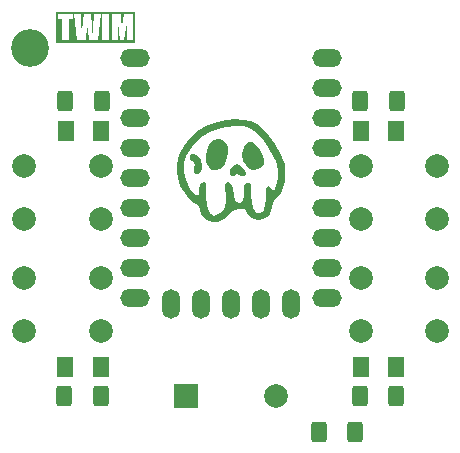
<source format=gbr>
%TF.GenerationSoftware,KiCad,Pcbnew,8.0.5*%
%TF.CreationDate,2024-10-15T22:02:10+02:00*%
%TF.ProjectId,_autosave-pcb,5f617574-6f73-4617-9665-2d7063622e6b,rev?*%
%TF.SameCoordinates,Original*%
%TF.FileFunction,Soldermask,Top*%
%TF.FilePolarity,Negative*%
%FSLAX46Y46*%
G04 Gerber Fmt 4.6, Leading zero omitted, Abs format (unit mm)*
G04 Created by KiCad (PCBNEW 8.0.5) date 2024-10-15 22:02:10*
%MOMM*%
%LPD*%
G01*
G04 APERTURE LIST*
G04 Aperture macros list*
%AMRoundRect*
0 Rectangle with rounded corners*
0 $1 Rounding radius*
0 $2 $3 $4 $5 $6 $7 $8 $9 X,Y pos of 4 corners*
0 Add a 4 corners polygon primitive as box body*
4,1,4,$2,$3,$4,$5,$6,$7,$8,$9,$2,$3,0*
0 Add four circle primitives for the rounded corners*
1,1,$1+$1,$2,$3*
1,1,$1+$1,$4,$5*
1,1,$1+$1,$6,$7*
1,1,$1+$1,$8,$9*
0 Add four rect primitives between the rounded corners*
20,1,$1+$1,$2,$3,$4,$5,0*
20,1,$1+$1,$4,$5,$6,$7,0*
20,1,$1+$1,$6,$7,$8,$9,0*
20,1,$1+$1,$8,$9,$2,$3,0*%
G04 Aperture macros list end*
%ADD10C,0.150000*%
%ADD11C,0.000000*%
%ADD12RoundRect,0.250001X-0.462499X-0.624999X0.462499X-0.624999X0.462499X0.624999X-0.462499X0.624999X0*%
%ADD13RoundRect,0.250000X0.400000X0.625000X-0.400000X0.625000X-0.400000X-0.625000X0.400000X-0.625000X0*%
%ADD14RoundRect,0.250000X-0.400000X-0.625000X0.400000X-0.625000X0.400000X0.625000X-0.400000X0.625000X0*%
%ADD15C,2.000000*%
%ADD16C,3.200000*%
%ADD17R,2.000000X2.000000*%
%ADD18O,2.500000X1.500000*%
%ADD19O,1.500000X2.500000*%
G04 APERTURE END LIST*
D10*
G36*
X141937784Y-32582222D02*
G01*
X135172335Y-32582222D01*
X135172335Y-30578004D01*
X135394557Y-30578004D01*
X135736497Y-30578004D01*
X135736497Y-32360000D01*
X136314864Y-32360000D01*
X136314864Y-30578004D01*
X136658270Y-30578004D01*
X136658270Y-30140321D01*
X136730077Y-30140321D01*
X136988486Y-32360000D01*
X137707048Y-32360000D01*
X137714836Y-32305123D01*
X137729876Y-32198771D01*
X137744202Y-32096952D01*
X137757815Y-31999667D01*
X137776896Y-31862240D01*
X137794371Y-31735014D01*
X137810241Y-31617990D01*
X137824505Y-31511166D01*
X137841026Y-31384602D01*
X137854692Y-31276174D01*
X137867760Y-31166140D01*
X137877257Y-31250259D01*
X137891853Y-31374062D01*
X137906869Y-31495013D01*
X137922307Y-31613114D01*
X137938165Y-31728365D01*
X137954444Y-31840764D01*
X137971144Y-31950313D01*
X137988264Y-32057011D01*
X138005805Y-32160858D01*
X138023767Y-32261854D01*
X138042149Y-32360000D01*
X138764620Y-32360000D01*
X139125611Y-32360000D01*
X139703978Y-32360000D01*
X139930635Y-32360000D01*
X140436218Y-32360000D01*
X140436218Y-30892588D01*
X140649198Y-32360000D01*
X141007746Y-32360000D01*
X141209979Y-30861325D01*
X141209979Y-32360000D01*
X141715562Y-32360000D01*
X141715562Y-30140321D01*
X140961340Y-30140321D01*
X140829449Y-31176887D01*
X140749826Y-30608778D01*
X140742899Y-30558428D01*
X140727004Y-30446118D01*
X140711483Y-30341055D01*
X140696336Y-30243238D01*
X140679484Y-30140321D01*
X139930635Y-30140321D01*
X139930635Y-32360000D01*
X139703978Y-32360000D01*
X139703978Y-30140321D01*
X139125611Y-30140321D01*
X139125611Y-32360000D01*
X138764620Y-32360000D01*
X139021563Y-30140321D01*
X138459805Y-30140321D01*
X138445954Y-30236585D01*
X138432610Y-30333402D01*
X138419774Y-30430773D01*
X138407445Y-30528697D01*
X138395624Y-30627175D01*
X138384311Y-30726206D01*
X138373505Y-30825790D01*
X138363207Y-30925928D01*
X138353416Y-31026619D01*
X138344133Y-31127863D01*
X138335357Y-31229661D01*
X138327089Y-31332012D01*
X138319329Y-31434916D01*
X138312076Y-31538374D01*
X138305331Y-31642385D01*
X138299093Y-31746950D01*
X138236078Y-30869630D01*
X138229820Y-30792249D01*
X138221004Y-30684127D01*
X138212875Y-30585545D01*
X138203106Y-30468942D01*
X138194557Y-30369298D01*
X138184024Y-30251632D01*
X138172575Y-30140321D01*
X137570761Y-30140321D01*
X137555198Y-30256777D01*
X137540383Y-30370573D01*
X137526316Y-30481709D01*
X137512997Y-30590185D01*
X137500426Y-30696002D01*
X137488604Y-30799158D01*
X137477529Y-30899654D01*
X137462319Y-31045412D01*
X137448792Y-31185184D01*
X137436948Y-31318971D01*
X137426787Y-31446774D01*
X137418309Y-31568591D01*
X137411514Y-31684424D01*
X137350942Y-30912128D01*
X137291835Y-30140321D01*
X136730077Y-30140321D01*
X136658270Y-30140321D01*
X135394557Y-30140321D01*
X135394557Y-30578004D01*
X135172335Y-30578004D01*
X135172335Y-29918099D01*
X141937784Y-29918099D01*
X141937784Y-32582222D01*
G37*
D11*
%TO.C,G\u002A\u002A\u002A*%
G36*
X149357678Y-40785780D02*
G01*
X149600767Y-41040589D01*
X149745130Y-41412801D01*
X149784614Y-41859489D01*
X149713066Y-42337723D01*
X149524331Y-42804574D01*
X149360305Y-43051235D01*
X149074049Y-43273479D01*
X148723268Y-43357206D01*
X148384106Y-43299817D01*
X148132705Y-43098712D01*
X148129130Y-43093261D01*
X147936163Y-42637970D01*
X147889879Y-42144567D01*
X147973102Y-41659254D01*
X148168657Y-41228234D01*
X148459368Y-40897710D01*
X148828061Y-40713885D01*
X149022017Y-40691304D01*
X149357678Y-40785780D01*
G37*
G36*
X152067246Y-41086202D02*
G01*
X152367434Y-41455334D01*
X152399749Y-41503387D01*
X152648922Y-41970654D01*
X152782473Y-42422065D01*
X152792882Y-42808179D01*
X152672630Y-43079555D01*
X152643605Y-43106691D01*
X152319114Y-43257264D01*
X151920088Y-43290990D01*
X151577391Y-43203319D01*
X151271008Y-42929523D01*
X151069824Y-42525410D01*
X150985256Y-42060633D01*
X151028722Y-41604845D01*
X151211639Y-41227700D01*
X151246931Y-41187362D01*
X151531704Y-40958990D01*
X151796906Y-40923012D01*
X152067246Y-41086202D01*
G37*
G36*
X147115670Y-42056332D02*
G01*
X147281353Y-42192635D01*
X147505895Y-42506853D01*
X147610948Y-42864842D01*
X147601942Y-43211899D01*
X147484304Y-43493317D01*
X147263463Y-43654391D01*
X147134447Y-43673043D01*
X146931372Y-43593078D01*
X146868092Y-43505985D01*
X146876877Y-43286705D01*
X146935899Y-43179980D01*
X147017160Y-42936526D01*
X146932434Y-42690772D01*
X146714886Y-42535929D01*
X146705867Y-42533456D01*
X146532603Y-42413326D01*
X146516263Y-42218965D01*
X146624377Y-41991158D01*
X146835903Y-41936544D01*
X147115670Y-42056332D01*
G37*
G36*
X150756194Y-42874024D02*
G01*
X150987683Y-43082064D01*
X151190962Y-43345682D01*
X151311068Y-43596874D01*
X151314512Y-43733664D01*
X151164372Y-43870135D01*
X150931945Y-43873461D01*
X150709776Y-43745473D01*
X150688121Y-43721282D01*
X150564334Y-43605548D01*
X150477163Y-43671844D01*
X150448242Y-43721282D01*
X150269209Y-43875379D01*
X150056709Y-43865623D01*
X149994492Y-43820289D01*
X149939346Y-43664799D01*
X149920869Y-43450884D01*
X150014916Y-43121620D01*
X150253145Y-42878265D01*
X150551458Y-42789565D01*
X150756194Y-42874024D01*
G37*
G36*
X151099119Y-39059566D02*
G01*
X151667028Y-39152455D01*
X151703459Y-39162948D01*
X152200357Y-39406480D01*
X152727048Y-39833634D01*
X153256878Y-40414498D01*
X153763193Y-41119160D01*
X154219340Y-41917706D01*
X154295329Y-42071739D01*
X154466634Y-42463978D01*
X154562938Y-42810025D01*
X154603542Y-43205039D01*
X154608906Y-43617826D01*
X154573646Y-44319289D01*
X154467425Y-44854821D01*
X154274796Y-45272270D01*
X153980312Y-45619483D01*
X153955239Y-45642618D01*
X153673233Y-45970614D01*
X153528195Y-46357900D01*
X153501734Y-46505757D01*
X153359828Y-47014617D01*
X153102104Y-47342767D01*
X152708204Y-47508673D01*
X152363470Y-47538261D01*
X152002225Y-47517552D01*
X151774010Y-47434368D01*
X151593157Y-47257123D01*
X151589958Y-47253067D01*
X151412906Y-46994712D01*
X151306193Y-46780622D01*
X151229390Y-46669368D01*
X151056075Y-46629933D01*
X150727759Y-46649686D01*
X150709134Y-46651685D01*
X150327363Y-46724444D01*
X150058290Y-46876114D01*
X149858083Y-47083929D01*
X149419935Y-47481996D01*
X148943018Y-47702486D01*
X148464991Y-47738722D01*
X148023513Y-47584028D01*
X147837873Y-47442085D01*
X147527587Y-47015585D01*
X147429877Y-46696056D01*
X147350810Y-46396891D01*
X147189212Y-46214515D01*
X146938940Y-46086709D01*
X146506167Y-45795002D01*
X146099333Y-45315348D01*
X145743720Y-44680668D01*
X145606532Y-44351645D01*
X145426726Y-43579715D01*
X145429263Y-43480996D01*
X146015856Y-43480996D01*
X146196235Y-44215321D01*
X146596880Y-44938433D01*
X146814422Y-45219130D01*
X147052636Y-45461238D01*
X147206970Y-45504254D01*
X147291224Y-45342220D01*
X147318797Y-45001382D01*
X147375296Y-44608775D01*
X147521593Y-44392173D01*
X147745403Y-44368344D01*
X147775094Y-44378544D01*
X147878321Y-44453057D01*
X147923593Y-44608960D01*
X147920190Y-44900553D01*
X147902329Y-45123115D01*
X147894284Y-45664206D01*
X147957018Y-46192803D01*
X148077358Y-46649167D01*
X148242129Y-46973560D01*
X148330021Y-47062606D01*
X148476047Y-47165635D01*
X148588023Y-47193035D01*
X148753195Y-47143747D01*
X148966690Y-47054890D01*
X149327876Y-46816683D01*
X149539753Y-46455074D01*
X149609549Y-45950246D01*
X149565468Y-45413082D01*
X149506541Y-44906473D01*
X149514935Y-44579973D01*
X149598009Y-44401114D01*
X149763122Y-44337431D01*
X149809702Y-44335652D01*
X149985111Y-44390092D01*
X150117487Y-44574080D01*
X150220989Y-44918614D01*
X150305112Y-45420248D01*
X150405613Y-45850391D01*
X150563251Y-46070537D01*
X150782451Y-46085174D01*
X150902184Y-46026017D01*
X151017696Y-45864999D01*
X151096168Y-45534257D01*
X151135652Y-45152572D01*
X151169782Y-44752134D01*
X151213282Y-44524016D01*
X151287134Y-44419973D01*
X151412324Y-44391761D01*
X151466956Y-44390869D01*
X151596325Y-44398905D01*
X151678010Y-44450952D01*
X151723957Y-44588917D01*
X151746110Y-44854707D01*
X151756416Y-45290229D01*
X151758279Y-45412891D01*
X151793688Y-46074221D01*
X151882762Y-46540108D01*
X152034031Y-46831319D01*
X152256020Y-46968619D01*
X152404312Y-46986087D01*
X152647100Y-46918985D01*
X152815134Y-46703617D01*
X152916962Y-46318888D01*
X152961134Y-45743703D01*
X152963782Y-45605652D01*
X152977588Y-45148489D01*
X153011108Y-44870408D01*
X153072715Y-44729912D01*
X153148862Y-44688492D01*
X153335364Y-44745239D01*
X153496583Y-44902184D01*
X153669849Y-45149556D01*
X153855573Y-44714995D01*
X154032864Y-44030380D01*
X154020038Y-43290289D01*
X153820403Y-42545880D01*
X153697952Y-42275856D01*
X153186743Y-41362847D01*
X152686469Y-40658337D01*
X152187847Y-40150886D01*
X151732677Y-39853134D01*
X151395069Y-39699861D01*
X151116027Y-39618189D01*
X150809242Y-39594606D01*
X150388401Y-39615597D01*
X150273764Y-39624706D01*
X149184570Y-39786410D01*
X148262701Y-40083813D01*
X147495665Y-40524359D01*
X146870971Y-41115490D01*
X146376127Y-41864647D01*
X146316491Y-41982583D01*
X146055891Y-42736426D01*
X146015856Y-43480996D01*
X145429263Y-43480996D01*
X145446934Y-42793537D01*
X145650093Y-42019636D01*
X146019143Y-41284540D01*
X146537023Y-40614772D01*
X147186672Y-40036860D01*
X147951030Y-39577329D01*
X148813036Y-39262704D01*
X148892313Y-39243002D01*
X149641899Y-39106828D01*
X150400789Y-39045020D01*
X151099119Y-39059566D01*
G37*
%TD*%
D12*
%TO.C,BL1*%
X136012500Y-60000000D03*
X138987500Y-60000000D03*
%TD*%
D13*
%TO.C,R5*%
X160550000Y-65500000D03*
X157450000Y-65500000D03*
%TD*%
D14*
%TO.C,R4*%
X160937500Y-62500000D03*
X164037500Y-62500000D03*
%TD*%
D12*
%TO.C,BR1*%
X161000000Y-60000000D03*
X163975000Y-60000000D03*
%TD*%
D14*
%TO.C,R1*%
X135987500Y-37500000D03*
X139087500Y-37500000D03*
%TD*%
D12*
%TO.C,TR1*%
X161012500Y-40000000D03*
X163987500Y-40000000D03*
%TD*%
D15*
%TO.C,SBR1*%
X161000000Y-52500000D03*
X167500000Y-52500000D03*
X161000000Y-57000000D03*
X167500000Y-57000000D03*
%TD*%
%TO.C,STL1*%
X132500000Y-43000000D03*
X139000000Y-43000000D03*
X132500000Y-47500000D03*
X139000000Y-47500000D03*
%TD*%
D14*
%TO.C,R3*%
X135900000Y-62500000D03*
X139000000Y-62500000D03*
%TD*%
D16*
%TO.C,keychain1*%
X133000000Y-33000000D03*
%TD*%
D15*
%TO.C,SBL1*%
X132500000Y-52500000D03*
X139000000Y-52500000D03*
X132500000Y-57000000D03*
X139000000Y-57000000D03*
%TD*%
%TO.C,STR1*%
X161000000Y-43000000D03*
X167500000Y-43000000D03*
X161000000Y-47500000D03*
X167500000Y-47500000D03*
%TD*%
D17*
%TO.C,BZ1*%
X146200000Y-62500000D03*
D15*
X153800000Y-62500000D03*
%TD*%
D12*
%TO.C,TL1*%
X136050000Y-40000000D03*
X139025000Y-40000000D03*
%TD*%
D18*
%TO.C,U1*%
X158120000Y-33840000D03*
X158120000Y-36380000D03*
X158120000Y-38920000D03*
X158120000Y-41460000D03*
X158120000Y-44000000D03*
X158120000Y-46540000D03*
X158120000Y-49080000D03*
X158120000Y-51620000D03*
X158120000Y-54160000D03*
D19*
X155080000Y-54660000D03*
X152540000Y-54660000D03*
X150000000Y-54660000D03*
X147460000Y-54660000D03*
X144920000Y-54660000D03*
D18*
X141880000Y-54160000D03*
X141880000Y-51620000D03*
X141880000Y-49080000D03*
X141880000Y-46540000D03*
X141880000Y-44000000D03*
X141880000Y-41460000D03*
X141880000Y-38920000D03*
X141880000Y-36380000D03*
X141880000Y-33840000D03*
%TD*%
D14*
%TO.C,R2*%
X160950000Y-37500000D03*
X164050000Y-37500000D03*
%TD*%
M02*

</source>
